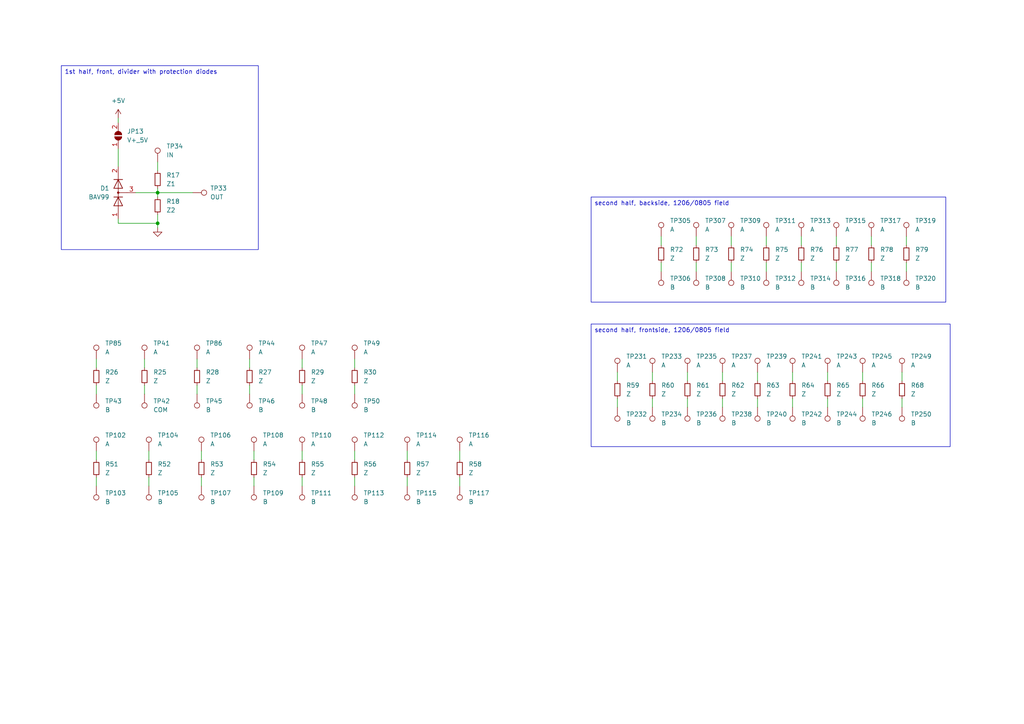
<source format=kicad_sch>
(kicad_sch (version 20230121) (generator eeschema)
  (paper "A4")
  (lib_symbols
    (symbol "Connector:TestPoint" (pin_numbers hide) (pin_names (offset 0.762) hide)
      (property "Reference" "TP" (at 0 6.858 0))
      (property "Value" "TestPoint" (at 0 5.08 0))
      (symbol "TestPoint_0_1"
        (circle (center 0 3.302) (radius 0.762))
      )
      (symbol "TestPoint_1_1"
        (pin passive line (at 0 0 90) (length 2.54) (name "1") (number "1"))
      )
    )
    (symbol "Device:R_Small" (pin_numbers hide) (pin_names (offset 0.254) hide)
      (property "Reference" "R" (at 0.762 0.508 0))
      (property "Value" "R_Small" (at 0.762 -1.016 0))
      (symbol "R_Small_0_1"
        (rectangle (start -0.762 1.778) (end 0.762 -1.778) (stroke (width 0.2032)))
      )
      (symbol "R_Small_1_1"
        (pin passive line (at 0 2.54 270) (length 0.762) (name "~") (number "1"))
        (pin passive line (at 0 -2.54 90) (length 0.762) (name "~") (number "2"))
      )
    )
    (symbol "Diode:BAV99" (pin_names hide)
      (property "Reference" "D" (at 0 5.08 0))
      (property "Value" "BAV99" (at 0 2.54 0))
      (symbol "BAV99_0_1"
        (polyline (pts (xy -5.08 0) (xy 5.08 0)))
      )
      (symbol "BAV99_1_1"
        (polyline (pts (xy 0 0) (xy 0 -2.54)))
        (polyline (pts (xy -1.27 -1.27) (xy -1.27 1.27) (xy -1.27 1.27)) (stroke (width 0.2032)))
        (polyline (pts (xy 3.81 1.27) (xy 3.81 -1.27) (xy 3.81 -1.27)) (stroke (width 0.2032)))
        (polyline (pts (xy -3.81 1.27) (xy -1.27 0) (xy -3.81 -1.27) (xy -3.81 1.27) (xy -3.81 1.27) (xy -3.81 1.27)) (stroke (width 0.2032)))
        (polyline (pts (xy 1.27 1.27) (xy 3.81 0) (xy 1.27 -1.27) (xy 1.27 1.27) (xy 1.27 1.27) (xy 1.27 1.27)) (stroke (width 0.2032)))
        (circle (center 0 0) (radius 0.254) (fill (type outline)))
        (pin passive line (at -7.62 0 0) (length 2.54) (name "K") (number "1"))
        (pin passive line (at 7.62 0 180) (length 2.54) (name "A") (number "2"))
        (pin passive line (at 0 -5.08 90) (length 2.54) (name "K") (number "3"))
      )
    )
    (symbol "Jumper:SolderJumper_2_Open" (pin_names (offset 0) hide)
      (property "Reference" "JP" (at 0 2.032 0))
      (property "Value" "SolderJumper_2_Open" (at 0 -2.54 0))
      (symbol "SolderJumper_2_Open_0_1"
        (arc (start -0.254 1.016) (mid -1.2656 0) (end -0.254 -1.016))
        (arc (start -0.254 1.016) (mid -1.2656 0) (end -0.254 -1.016) (fill (type outline)))
        (polyline (pts (xy -0.254 1.016) (xy -0.254 -1.016)))
        (polyline (pts (xy 0.254 1.016) (xy 0.254 -1.016)))
        (arc (start 0.254 -1.016) (mid 1.2656 0) (end 0.254 1.016))
        (arc (start 0.254 -1.016) (mid 1.2656 0) (end 0.254 1.016) (fill (type outline)))
      )
      (symbol "SolderJumper_2_Open_1_1"
        (pin passive line (at -3.81 0 0) (length 2.54) (name "A") (number "1"))
        (pin passive line (at 3.81 0 180) (length 2.54) (name "B") (number "2"))
      )
    )
    (symbol "power:+5V" (power) (pin_names (offset 0))
      (property "Value" "+5V" (at 0 3.556 0))
      (symbol "+5V_0_1"
        (polyline (pts (xy -0.762 1.27) (xy 0 2.54)))
        (polyline (pts (xy 0 0) (xy 0 2.54)))
        (polyline (pts (xy 0 2.54) (xy 0.762 1.27)))
      )
      (symbol "+5V_1_1"
        (pin power_in line (at 0 0 90) (length 0) hide (name "+5V") (number "1"))
      )
    )
    (symbol "power:GND" (power) (pin_names (offset 0))
      (property "Value" "GND" (at 0 -3.81 0))
      (symbol "GND_0_1"
        (polyline (pts (xy 0 0) (xy 0 -1.27) (xy 1.27 -1.27) (xy 0 -2.54) (xy -1.27 -1.27) (xy 0 -1.27)))
      )
      (symbol "GND_1_1"
        (pin power_in line (at 0 0 270) (length 0) hide (name "GND") (number "1"))
      )
    )
  )
  (junction (at 45.72 55.88))
  (junction (at 45.72 64.77))
  (wire (pts (xy 229.87 115.57) (xy 229.87 118.11)))
  (wire (pts (xy 57.15 111.76) (xy 57.15 114.3)))
  (wire (pts (xy 45.72 54.61) (xy 45.72 55.88)))
  (wire (pts (xy 240.03 115.57) (xy 240.03 118.11)))
  (wire (pts (xy 250.19 107.95) (xy 250.19 110.49)))
  (wire (pts (xy 189.23 115.57) (xy 189.23 118.11)))
  (wire (pts (xy 57.15 104.14) (xy 57.15 106.68)))
  (wire (pts (xy 133.35 130.81) (xy 133.35 133.35)))
  (wire (pts (xy 201.93 76.2) (xy 201.93 78.74)))
  (wire (pts (xy 41.91 104.14) (xy 41.91 106.68)))
  (wire (pts (xy 191.77 68.58) (xy 191.77 71.12)))
  (wire (pts (xy 39.37 55.88) (xy 45.72 55.88)))
  (wire (pts (xy 102.87 111.76) (xy 102.87 114.3)))
  (wire (pts (xy 34.29 63.5) (xy 34.29 64.77)))
  (wire (pts (xy 72.39 111.76) (xy 72.39 114.3)))
  (wire (pts (xy 102.87 138.43) (xy 102.87 140.97)))
  (wire (pts (xy 27.94 138.43) (xy 27.94 140.97)))
  (wire (pts (xy 199.39 115.57) (xy 199.39 118.11)))
  (wire (pts (xy 242.57 76.2) (xy 242.57 78.74)))
  (wire (pts (xy 43.18 138.43) (xy 43.18 140.97)))
  (wire (pts (xy 252.73 76.2) (xy 252.73 78.74)))
  (wire (pts (xy 27.94 111.76) (xy 27.94 114.3)))
  (wire (pts (xy 212.09 76.2) (xy 212.09 78.74)))
  (wire (pts (xy 219.71 115.57) (xy 219.71 118.11)))
  (wire (pts (xy 232.41 76.2) (xy 232.41 78.74)))
  (wire (pts (xy 209.55 115.57) (xy 209.55 118.11)))
  (wire (pts (xy 229.87 107.95) (xy 229.87 110.49)))
  (wire (pts (xy 72.39 104.14) (xy 72.39 106.68)))
  (wire (pts (xy 232.41 68.58) (xy 232.41 71.12)))
  (wire (pts (xy 58.42 130.81) (xy 58.42 133.35)))
  (wire (pts (xy 212.09 68.58) (xy 212.09 71.12)))
  (wire (pts (xy 27.94 104.14) (xy 27.94 106.68)))
  (wire (pts (xy 250.19 115.57) (xy 250.19 118.11)))
  (wire (pts (xy 45.72 46.99) (xy 45.72 49.53)))
  (wire (pts (xy 262.89 68.58) (xy 262.89 71.12)))
  (wire (pts (xy 43.18 130.81) (xy 43.18 133.35)))
  (wire (pts (xy 87.63 111.76) (xy 87.63 114.3)))
  (wire (pts (xy 222.25 76.2) (xy 222.25 78.74)))
  (wire (pts (xy 45.72 62.23) (xy 45.72 64.77)))
  (wire (pts (xy 87.63 138.43) (xy 87.63 140.97)))
  (wire (pts (xy 252.73 68.58) (xy 252.73 71.12)))
  (wire (pts (xy 179.07 115.57) (xy 179.07 118.11)))
  (wire (pts (xy 219.71 107.95) (xy 219.71 110.49)))
  (wire (pts (xy 191.77 76.2) (xy 191.77 78.74)))
  (wire (pts (xy 87.63 130.81) (xy 87.63 133.35)))
  (wire (pts (xy 222.25 68.58) (xy 222.25 71.12)))
  (wire (pts (xy 87.63 104.14) (xy 87.63 106.68)))
  (wire (pts (xy 102.87 104.14) (xy 102.87 106.68)))
  (wire (pts (xy 34.29 34.29) (xy 34.29 35.56)))
  (wire (pts (xy 242.57 68.58) (xy 242.57 71.12)))
  (wire (pts (xy 27.94 130.81) (xy 27.94 133.35)))
  (wire (pts (xy 118.11 130.81) (xy 118.11 133.35)))
  (wire (pts (xy 73.66 138.43) (xy 73.66 140.97)))
  (wire (pts (xy 45.72 64.77) (xy 45.72 66.04)))
  (wire (pts (xy 262.89 76.2) (xy 262.89 78.74)))
  (wire (pts (xy 209.55 107.95) (xy 209.55 110.49)))
  (wire (pts (xy 189.23 107.95) (xy 189.23 110.49)))
  (wire (pts (xy 34.29 64.77) (xy 45.72 64.77)))
  (wire (pts (xy 45.72 55.88) (xy 45.72 57.15)))
  (wire (pts (xy 73.66 130.81) (xy 73.66 133.35)))
  (wire (pts (xy 199.39 107.95) (xy 199.39 110.49)))
  (wire (pts (xy 261.62 115.57) (xy 261.62 118.11)))
  (wire (pts (xy 118.11 138.43) (xy 118.11 140.97)))
  (wire (pts (xy 41.91 111.76) (xy 41.91 114.3)))
  (wire (pts (xy 261.62 107.95) (xy 261.62 110.49)))
  (wire (pts (xy 102.87 130.81) (xy 102.87 133.35)))
  (wire (pts (xy 58.42 138.43) (xy 58.42 140.97)))
  (wire (pts (xy 34.29 43.18) (xy 34.29 48.26)))
  (wire (pts (xy 45.72 55.88) (xy 55.88 55.88)))
  (wire (pts (xy 240.03 107.95) (xy 240.03 110.49)))
  (wire (pts (xy 133.35 138.43) (xy 133.35 140.97)))
  (wire (pts (xy 179.07 107.95) (xy 179.07 110.49)))
  (wire (pts (xy 201.93 68.58) (xy 201.93 71.12)))
  (text_box "second half, frontside, 1206/0805 field" (at 171.45 93.98 0) (size 104.14 35.56) (effects (font (size 1.27 1.27)) (justify left top)))
  (text_box "second half, backside, 1206/0805 field" (at 171.45 57.15 0) (size 102.87 30.48) (effects (font (size 1.27 1.27)) (justify left top)))
  (text_box "1st half, front, divider with protection diodes" (at 17.78 19.05 0) (size 57.15 53.34) (effects (font (size 1.27 1.27)) (justify left top)))
  (symbol (lib_id "Connector:TestPoint") (at 219.71 107.95 0) (unit 1)
    (property "Reference" "TP239" (at 222.25 103.378 0) (effects (justify left)))
    (property "Value" "A" (at 222.25 105.918 0) (effects (justify left)))
    (property "Footprint" "TestPoint:TestPoint_Pad_D2.0mm" (effects hide))
  )
  (symbol (lib_id "Connector:TestPoint") (at 189.23 118.11 180) (unit 1)
    (property "Reference" "TP234" (at 191.77 120.142 0) (effects (justify right)))
    (property "Value" "B" (at 191.77 122.682 0) (effects (justify right)))
    (property "Footprint" "TestPoint:TestPoint_Pad_D2.0mm" (effects hide))
  )
  (symbol (lib_id "Connector:TestPoint") (at 179.07 118.11 180) (unit 1)
    (property "Reference" "TP232" (at 181.61 120.142 0) (effects (justify right)))
    (property "Value" "B" (at 181.61 122.682 0) (effects (justify right)))
    (property "Footprint" "TestPoint:TestPoint_Pad_D2.0mm" (effects hide))
  )
  (symbol (lib_id "Device:R_Small") (at 199.39 113.03 180) (unit 1)
    (property "Reference" "R61" (at 201.93 111.76 0) (effects (justify right)))
    (property "Value" "Z" (at 201.93 114.3 0) (effects (justify right)))
    (property "Footprint" "testboard:R_1206_0805_3216Metric_Pad1.30x1.75mm_HandSolder_test" (effects hide))
  )
  (symbol (lib_id "Device:R_Small") (at 72.39 109.22 180) (unit 1)
    (property "Reference" "R27" (at 74.93 107.95 0) (effects (justify right)))
    (property "Value" "Z" (at 74.93 110.49 0) (effects (justify right)))
    (property "Footprint" "testboard:R_1206_0805_3216Metric_Pad1.30x1.75mm_HandSolder_test" (effects hide))
  )
  (symbol (lib_id "Connector:TestPoint") (at 250.19 107.95 0) (unit 1)
    (property "Reference" "TP245" (at 252.73 103.378 0) (effects (justify left)))
    (property "Value" "A" (at 252.73 105.918 0) (effects (justify left)))
    (property "Footprint" "TestPoint:TestPoint_Pad_D2.0mm" (effects hide))
  )
  (symbol (lib_id "Device:R_Small") (at 229.87 113.03 180) (unit 1)
    (property "Reference" "R64" (at 232.41 111.76 0) (effects (justify right)))
    (property "Value" "Z" (at 232.41 114.3 0) (effects (justify right)))
    (property "Footprint" "testboard:R_1206_0805_3216Metric_Pad1.30x1.75mm_HandSolder_test" (effects hide))
  )
  (symbol (lib_id "Device:R_Small") (at 222.25 73.66 180) (unit 1)
    (property "Reference" "R75" (at 224.79 72.39 0) (effects (justify right)))
    (property "Value" "Z" (at 224.79 74.93 0) (effects (justify right)))
    (property "Footprint" "testboard:R_1206_0805_3216Metric_Pad1.30x1.75mm_HandSolder_test" (effects hide))
  )
  (symbol (lib_id "Connector:TestPoint") (at 27.94 140.97 180) (unit 1)
    (property "Reference" "TP103" (at 30.48 143.002 0) (effects (justify right)))
    (property "Value" "B" (at 30.48 145.542 0) (effects (justify right)))
    (property "Footprint" "TestPoint:TestPoint_Pad_D2.0mm" (effects hide))
  )
  (symbol (lib_id "Connector:TestPoint") (at 201.93 78.74 180) (unit 1)
    (property "Reference" "TP308" (at 204.47 80.772 0) (effects (justify right)))
    (property "Value" "B" (at 204.47 83.312 0) (effects (justify right)))
    (property "Footprint" "TestPoint:TestPoint_Pad_D2.0mm" (effects hide))
  )
  (symbol (lib_id "Connector:TestPoint") (at 201.93 68.58 0) (unit 1)
    (property "Reference" "TP307" (at 204.47 64.008 0) (effects (justify left)))
    (property "Value" "A" (at 204.47 66.548 0) (effects (justify left)))
    (property "Footprint" "TestPoint:TestPoint_Pad_D2.0mm" (effects hide))
  )
  (symbol (lib_id "Connector:TestPoint") (at 232.41 68.58 0) (unit 1)
    (property "Reference" "TP313" (at 234.95 64.008 0) (effects (justify left)))
    (property "Value" "A" (at 234.95 66.548 0) (effects (justify left)))
    (property "Footprint" "TestPoint:TestPoint_Pad_D2.0mm" (effects hide))
  )
  (symbol (lib_id "Connector:TestPoint") (at 133.35 130.81 0) (unit 1)
    (property "Reference" "TP116" (at 135.89 126.238 0) (effects (justify left)))
    (property "Value" "A" (at 135.89 128.778 0) (effects (justify left)))
    (property "Footprint" "TestPoint:TestPoint_Pad_D2.0mm" (effects hide))
  )
  (symbol (lib_id "Device:R_Small") (at 201.93 73.66 180) (unit 1)
    (property "Reference" "R73" (at 204.47 72.39 0) (effects (justify right)))
    (property "Value" "Z" (at 204.47 74.93 0) (effects (justify right)))
    (property "Footprint" "testboard:R_1206_0805_3216Metric_Pad1.30x1.75mm_HandSolder_test" (effects hide))
  )
  (symbol (lib_id "Connector:TestPoint") (at 222.25 78.74 180) (unit 1)
    (property "Reference" "TP312" (at 224.79 80.772 0) (effects (justify right)))
    (property "Value" "B" (at 224.79 83.312 0) (effects (justify right)))
    (property "Footprint" "TestPoint:TestPoint_Pad_D2.0mm" (effects hide))
  )
  (symbol (lib_id "Connector:TestPoint") (at 55.88 55.88 270) (unit 1)
    (property "Reference" "TP33" (at 60.96 54.61 90) (effects (justify left)))
    (property "Value" "OUT" (at 60.96 57.15 90) (effects (justify left)))
    (property "Footprint" "TestPoint:TestPoint_Pad_D2.0mm" (effects hide))
  )
  (symbol (lib_id "Connector:TestPoint") (at 242.57 68.58 0) (unit 1)
    (property "Reference" "TP315" (at 245.11 64.008 0) (effects (justify left)))
    (property "Value" "A" (at 245.11 66.548 0) (effects (justify left)))
    (property "Footprint" "TestPoint:TestPoint_Pad_D2.0mm" (effects hide))
  )
  (symbol (lib_id "Connector:TestPoint") (at 58.42 130.81 0) (unit 1)
    (property "Reference" "TP106" (at 60.96 126.238 0) (effects (justify left)))
    (property "Value" "A" (at 60.96 128.778 0) (effects (justify left)))
    (property "Footprint" "TestPoint:TestPoint_Pad_D2.0mm" (effects hide))
  )
  (symbol (lib_id "Connector:TestPoint") (at 232.41 78.74 180) (unit 1)
    (property "Reference" "TP314" (at 234.95 80.772 0) (effects (justify right)))
    (property "Value" "B" (at 234.95 83.312 0) (effects (justify right)))
    (property "Footprint" "TestPoint:TestPoint_Pad_D2.0mm" (effects hide))
  )
  (symbol (lib_id "Connector:TestPoint") (at 179.07 107.95 0) (unit 1)
    (property "Reference" "TP231" (at 181.61 103.378 0) (effects (justify left)))
    (property "Value" "A" (at 181.61 105.918 0) (effects (justify left)))
    (property "Footprint" "TestPoint:TestPoint_Pad_D2.0mm" (effects hide))
  )
  (symbol (lib_id "Connector:TestPoint") (at 41.91 114.3 180) (unit 1)
    (property "Reference" "TP42" (at 44.45 116.332 0) (effects (justify right)))
    (property "Value" "COM" (at 44.45 118.872 0) (effects (justify right)))
    (property "Footprint" "TestPoint:TestPoint_Pad_D2.0mm" (effects hide))
  )
  (symbol (lib_id "Device:R_Small") (at 179.07 113.03 180) (unit 1)
    (property "Reference" "R59" (at 181.61 111.76 0) (effects (justify right)))
    (property "Value" "Z" (at 181.61 114.3 0) (effects (justify right)))
    (property "Footprint" "testboard:R_1206_0805_3216Metric_Pad1.30x1.75mm_HandSolder_test" (effects hide))
  )
  (symbol (lib_id "Connector:TestPoint") (at 261.62 107.95 0) (unit 1)
    (property "Reference" "TP249" (at 264.16 103.378 0) (effects (justify left)))
    (property "Value" "A" (at 264.16 105.918 0) (effects (justify left)))
    (property "Footprint" "TestPoint:TestPoint_Pad_D2.0mm" (effects hide))
  )
  (symbol (lib_id "Connector:TestPoint") (at 242.57 78.74 180) (unit 1)
    (property "Reference" "TP316" (at 245.11 80.772 0) (effects (justify right)))
    (property "Value" "B" (at 245.11 83.312 0) (effects (justify right)))
    (property "Footprint" "TestPoint:TestPoint_Pad_D2.0mm" (effects hide))
  )
  (symbol (lib_id "Device:R_Small") (at 262.89 73.66 180) (unit 1)
    (property "Reference" "R79" (at 265.43 72.39 0) (effects (justify right)))
    (property "Value" "Z" (at 265.43 74.93 0) (effects (justify right)))
    (property "Footprint" "testboard:R_1206_0805_3216Metric_Pad1.30x1.75mm_HandSolder_test" (effects hide))
  )
  (symbol (lib_id "Diode:BAV99") (at 34.29 55.88 90) (unit 1)
    (property "Reference" "D1" (at 31.75 54.61 90) (effects (justify left)))
    (property "Value" "BAV99" (at 31.75 57.15 90) (effects (justify left)))
    (property "Footprint" "Package_TO_SOT_SMD:SOT-23" (effects hide))
    (property "Datasheet" "https://assets.nexperia.com/documents/data-sheet/BAV99_SER.pdf" (effects hide))
  )
  (symbol (lib_id "Connector:TestPoint") (at 262.89 78.74 180) (unit 1)
    (property "Reference" "TP320" (at 265.43 80.772 0) (effects (justify right)))
    (property "Value" "B" (at 265.43 83.312 0) (effects (justify right)))
    (property "Footprint" "TestPoint:TestPoint_Pad_D2.0mm" (effects hide))
  )
  (symbol (lib_id "Connector:TestPoint") (at 199.39 118.11 180) (unit 1)
    (property "Reference" "TP236" (at 201.93 120.142 0) (effects (justify right)))
    (property "Value" "B" (at 201.93 122.682 0) (effects (justify right)))
    (property "Footprint" "TestPoint:TestPoint_Pad_D2.0mm" (effects hide))
  )
  (symbol (lib_id "Connector:TestPoint") (at 199.39 107.95 0) (unit 1)
    (property "Reference" "TP235" (at 201.93 103.378 0) (effects (justify left)))
    (property "Value" "A" (at 201.93 105.918 0) (effects (justify left)))
    (property "Footprint" "TestPoint:TestPoint_Pad_D2.0mm" (effects hide))
  )
  (symbol (lib_id "Device:R_Small") (at 252.73 73.66 180) (unit 1)
    (property "Reference" "R78" (at 255.27 72.39 0) (effects (justify right)))
    (property "Value" "Z" (at 255.27 74.93 0) (effects (justify right)))
    (property "Footprint" "testboard:R_1206_0805_3216Metric_Pad1.30x1.75mm_HandSolder_test" (effects hide))
  )
  (symbol (lib_id "Device:R_Small") (at 102.87 135.89 180) (unit 1)
    (property "Reference" "R56" (at 105.41 134.62 0) (effects (justify right)))
    (property "Value" "Z" (at 105.41 137.16 0) (effects (justify right)))
    (property "Footprint" "testboard:R_1206_0805_3216Metric_Pad1.30x1.75mm_HandSolder_test" (effects hide))
  )
  (symbol (lib_id "Device:R_Small") (at 219.71 113.03 180) (unit 1)
    (property "Reference" "R63" (at 222.25 111.76 0) (effects (justify right)))
    (property "Value" "Z" (at 222.25 114.3 0) (effects (justify right)))
    (property "Footprint" "testboard:R_1206_0805_3216Metric_Pad1.30x1.75mm_HandSolder_test" (effects hide))
  )
  (symbol (lib_id "Connector:TestPoint") (at 191.77 78.74 180) (unit 1)
    (property "Reference" "TP306" (at 194.31 80.772 0) (effects (justify right)))
    (property "Value" "B" (at 194.31 83.312 0) (effects (justify right)))
    (property "Footprint" "TestPoint:TestPoint_Pad_D2.0mm" (effects hide))
  )
  (symbol (lib_id "Connector:TestPoint") (at 229.87 107.95 0) (unit 1)
    (property "Reference" "TP241" (at 232.41 103.378 0) (effects (justify left)))
    (property "Value" "A" (at 232.41 105.918 0) (effects (justify left)))
    (property "Footprint" "TestPoint:TestPoint_Pad_D2.0mm" (effects hide))
  )
  (symbol (lib_id "Device:R_Small") (at 261.62 113.03 180) (unit 1)
    (property "Reference" "R68" (at 264.16 111.76 0) (effects (justify right)))
    (property "Value" "Z" (at 264.16 114.3 0) (effects (justify right)))
    (property "Footprint" "testboard:R_1206_0805_3216Metric_Pad1.30x1.75mm_HandSolder_test" (effects hide))
  )
  (symbol (lib_id "Device:R_Small") (at 232.41 73.66 180) (unit 1)
    (property "Reference" "R76" (at 234.95 72.39 0) (effects (justify right)))
    (property "Value" "Z" (at 234.95 74.93 0) (effects (justify right)))
    (property "Footprint" "testboard:R_1206_0805_3216Metric_Pad1.30x1.75mm_HandSolder_test" (effects hide))
  )
  (symbol (lib_id "Connector:TestPoint") (at 212.09 78.74 180) (unit 1)
    (property "Reference" "TP310" (at 214.63 80.772 0) (effects (justify right)))
    (property "Value" "B" (at 214.63 83.312 0) (effects (justify right)))
    (property "Footprint" "TestPoint:TestPoint_Pad_D2.0mm" (effects hide))
  )
  (symbol (lib_id "Device:R_Small") (at 209.55 113.03 180) (unit 1)
    (property "Reference" "R62" (at 212.09 111.76 0) (effects (justify right)))
    (property "Value" "Z" (at 212.09 114.3 0) (effects (justify right)))
    (property "Footprint" "testboard:R_1206_0805_3216Metric_Pad1.30x1.75mm_HandSolder_test" (effects hide))
  )
  (symbol (lib_id "Connector:TestPoint") (at 252.73 68.58 0) (unit 1)
    (property "Reference" "TP317" (at 255.27 64.008 0) (effects (justify left)))
    (property "Value" "A" (at 255.27 66.548 0) (effects (justify left)))
    (property "Footprint" "TestPoint:TestPoint_Pad_D2.0mm" (effects hide))
  )
  (symbol (lib_id "Connector:TestPoint") (at 102.87 104.14 0) (unit 1)
    (property "Reference" "TP49" (at 105.41 99.568 0) (effects (justify left)))
    (property "Value" "A" (at 105.41 102.108 0) (effects (justify left)))
    (property "Footprint" "TestPoint:TestPoint_Pad_D2.0mm" (effects hide))
  )
  (symbol (lib_id "Connector:TestPoint") (at 209.55 107.95 0) (unit 1)
    (property "Reference" "TP237" (at 212.09 103.378 0) (effects (justify left)))
    (property "Value" "A" (at 212.09 105.918 0) (effects (justify left)))
    (property "Footprint" "TestPoint:TestPoint_Pad_D2.0mm" (effects hide))
  )
  (symbol (lib_id "Device:R_Small") (at 102.87 109.22 180) (unit 1)
    (property "Reference" "R30" (at 105.41 107.95 0) (effects (justify right)))
    (property "Value" "Z" (at 105.41 110.49 0) (effects (justify right)))
    (property "Footprint" "testboard:R_1206_0805_3216Metric_Pad1.30x1.75mm_HandSolder_test" (effects hide))
  )
  (symbol (lib_id "power:+5V") (at 34.29 34.29 0) (unit 1)
    (property "Reference" "#PWR021" (effects hide))
    (property "Value" "+5V" (at 34.29 29.21 0))
  )
  (symbol (lib_id "Connector:TestPoint") (at 252.73 78.74 180) (unit 1)
    (property "Reference" "TP318" (at 255.27 80.772 0) (effects (justify right)))
    (property "Value" "B" (at 255.27 83.312 0) (effects (justify right)))
    (property "Footprint" "TestPoint:TestPoint_Pad_D2.0mm" (effects hide))
  )
  (symbol (lib_id "Connector:TestPoint") (at 43.18 140.97 180) (unit 1)
    (property "Reference" "TP105" (at 45.72 143.002 0) (effects (justify right)))
    (property "Value" "B" (at 45.72 145.542 0) (effects (justify right)))
    (property "Footprint" "TestPoint:TestPoint_Pad_D2.0mm" (effects hide))
  )
  (symbol (lib_id "Connector:TestPoint") (at 102.87 130.81 0) (unit 1)
    (property "Reference" "TP112" (at 105.41 126.238 0) (effects (justify left)))
    (property "Value" "A" (at 105.41 128.778 0) (effects (justify left)))
    (property "Footprint" "TestPoint:TestPoint_Pad_D2.0mm" (effects hide))
  )
  (symbol (lib_id "Connector:TestPoint") (at 27.94 114.3 180) (unit 1)
    (property "Reference" "TP43" (at 30.48 116.332 0) (effects (justify right)))
    (property "Value" "B" (at 30.48 118.872 0) (effects (justify right)))
    (property "Footprint" "TestPoint:TestPoint_Pad_D2.0mm" (effects hide))
  )
  (symbol (lib_id "Device:R_Small") (at 43.18 135.89 180) (unit 1)
    (property "Reference" "R52" (at 45.72 134.62 0) (effects (justify right)))
    (property "Value" "Z" (at 45.72 137.16 0) (effects (justify right)))
    (property "Footprint" "testboard:R_1206_0805_3216Metric_Pad1.30x1.75mm_HandSolder_test" (effects hide))
  )
  (symbol (lib_id "Connector:TestPoint") (at 57.15 114.3 180) (unit 1)
    (property "Reference" "TP45" (at 59.69 116.332 0) (effects (justify right)))
    (property "Value" "B" (at 59.69 118.872 0) (effects (justify right)))
    (property "Footprint" "TestPoint:TestPoint_Pad_D2.0mm" (effects hide))
  )
  (symbol (lib_id "Connector:TestPoint") (at 189.23 107.95 0) (unit 1)
    (property "Reference" "TP233" (at 191.77 103.378 0) (effects (justify left)))
    (property "Value" "A" (at 191.77 105.918 0) (effects (justify left)))
    (property "Footprint" "TestPoint:TestPoint_Pad_D2.0mm" (effects hide))
  )
  (symbol (lib_id "Device:R_Small") (at 27.94 109.22 180) (unit 1)
    (property "Reference" "R26" (at 30.48 107.95 0) (effects (justify right)))
    (property "Value" "Z" (at 30.48 110.49 0) (effects (justify right)))
    (property "Footprint" "testboard:R_1206_0805_3216Metric_Pad1.30x1.75mm_HandSolder_test" (effects hide))
  )
  (symbol (lib_id "Device:R_Small") (at 27.94 135.89 180) (unit 1)
    (property "Reference" "R51" (at 30.48 134.62 0) (effects (justify right)))
    (property "Value" "Z" (at 30.48 137.16 0) (effects (justify right)))
    (property "Footprint" "testboard:R_1206_0805_3216Metric_Pad1.30x1.75mm_HandSolder_test" (effects hide))
  )
  (symbol (lib_id "Connector:TestPoint") (at 262.89 68.58 0) (unit 1)
    (property "Reference" "TP319" (at 265.43 64.008 0) (effects (justify left)))
    (property "Value" "A" (at 265.43 66.548 0) (effects (justify left)))
    (property "Footprint" "TestPoint:TestPoint_Pad_D2.0mm" (effects hide))
  )
  (symbol (lib_id "Device:R_Small") (at 250.19 113.03 180) (unit 1)
    (property "Reference" "R66" (at 252.73 111.76 0) (effects (justify right)))
    (property "Value" "Z" (at 252.73 114.3 0) (effects (justify right)))
    (property "Footprint" "testboard:R_1206_0805_3216Metric_Pad1.30x1.75mm_HandSolder_test" (effects hide))
  )
  (symbol (lib_id "Connector:TestPoint") (at 118.11 140.97 180) (unit 1)
    (property "Reference" "TP115" (at 120.65 143.002 0) (effects (justify right)))
    (property "Value" "B" (at 120.65 145.542 0) (effects (justify right)))
    (property "Footprint" "TestPoint:TestPoint_Pad_D2.0mm" (effects hide))
  )
  (symbol (lib_id "Device:R_Small") (at 118.11 135.89 180) (unit 1)
    (property "Reference" "R57" (at 120.65 134.62 0) (effects (justify right)))
    (property "Value" "Z" (at 120.65 137.16 0) (effects (justify right)))
    (property "Footprint" "testboard:R_1206_0805_3216Metric_Pad1.30x1.75mm_HandSolder_test" (effects hide))
  )
  (symbol (lib_id "Connector:TestPoint") (at 57.15 104.14 0) (unit 1)
    (property "Reference" "TP86" (at 59.69 99.568 0) (effects (justify left)))
    (property "Value" "A" (at 59.69 102.108 0) (effects (justify left)))
    (property "Footprint" "TestPoint:TestPoint_Pad_D2.0mm" (effects hide))
  )
  (symbol (lib_id "Connector:TestPoint") (at 212.09 68.58 0) (unit 1)
    (property "Reference" "TP309" (at 214.63 64.008 0) (effects (justify left)))
    (property "Value" "A" (at 214.63 66.548 0) (effects (justify left)))
    (property "Footprint" "TestPoint:TestPoint_Pad_D2.0mm" (effects hide))
  )
  (symbol (lib_id "Connector:TestPoint") (at 43.18 130.81 0) (unit 1)
    (property "Reference" "TP104" (at 45.72 126.238 0) (effects (justify left)))
    (property "Value" "A" (at 45.72 128.778 0) (effects (justify left)))
    (property "Footprint" "TestPoint:TestPoint_Pad_D2.0mm" (effects hide))
  )
  (symbol (lib_id "Device:R_Small") (at 212.09 73.66 180) (unit 1)
    (property "Reference" "R74" (at 214.63 72.39 0) (effects (justify right)))
    (property "Value" "Z" (at 214.63 74.93 0) (effects (justify right)))
    (property "Footprint" "testboard:R_1206_0805_3216Metric_Pad1.30x1.75mm_HandSolder_test" (effects hide))
  )
  (symbol (lib_id "Connector:TestPoint") (at 72.39 114.3 180) (unit 1)
    (property "Reference" "TP46" (at 74.93 116.332 0) (effects (justify right)))
    (property "Value" "B" (at 74.93 118.872 0) (effects (justify right)))
    (property "Footprint" "TestPoint:TestPoint_Pad_D2.0mm" (effects hide))
  )
  (symbol (lib_id "Connector:TestPoint") (at 27.94 130.81 0) (unit 1)
    (property "Reference" "TP102" (at 30.48 126.238 0) (effects (justify left)))
    (property "Value" "A" (at 30.48 128.778 0) (effects (justify left)))
    (property "Footprint" "TestPoint:TestPoint_Pad_D2.0mm" (effects hide))
  )
  (symbol (lib_id "Device:R_Small") (at 73.66 135.89 180) (unit 1)
    (property "Reference" "R54" (at 76.2 134.62 0) (effects (justify right)))
    (property "Value" "Z" (at 76.2 137.16 0) (effects (justify right)))
    (property "Footprint" "testboard:R_1206_0805_3216Metric_Pad1.30x1.75mm_HandSolder_test" (effects hide))
  )
  (symbol (lib_id "Connector:TestPoint") (at 87.63 114.3 180) (unit 1)
    (property "Reference" "TP48" (at 90.17 116.332 0) (effects (justify right)))
    (property "Value" "B" (at 90.17 118.872 0) (effects (justify right)))
    (property "Footprint" "TestPoint:TestPoint_Pad_D2.0mm" (effects hide))
  )
  (symbol (lib_id "Connector:TestPoint") (at 87.63 130.81 0) (unit 1)
    (property "Reference" "TP110" (at 90.17 126.238 0) (effects (justify left)))
    (property "Value" "A" (at 90.17 128.778 0) (effects (justify left)))
    (property "Footprint" "TestPoint:TestPoint_Pad_D2.0mm" (effects hide))
  )
  (symbol (lib_id "Connector:TestPoint") (at 58.42 140.97 180) (unit 1)
    (property "Reference" "TP107" (at 60.96 143.002 0) (effects (justify right)))
    (property "Value" "B" (at 60.96 145.542 0) (effects (justify right)))
    (property "Footprint" "TestPoint:TestPoint_Pad_D2.0mm" (effects hide))
  )
  (symbol (lib_id "Device:R_Small") (at 87.63 109.22 180) (unit 1)
    (property "Reference" "R29" (at 90.17 107.95 0) (effects (justify right)))
    (property "Value" "Z" (at 90.17 110.49 0) (effects (justify right)))
    (property "Footprint" "testboard:R_1206_0805_3216Metric_Pad1.30x1.75mm_HandSolder_test" (effects hide))
  )
  (symbol (lib_id "Connector:TestPoint") (at 250.19 118.11 180) (unit 1)
    (property "Reference" "TP246" (at 252.73 120.142 0) (effects (justify right)))
    (property "Value" "B" (at 252.73 122.682 0) (effects (justify right)))
    (property "Footprint" "TestPoint:TestPoint_Pad_D2.0mm" (effects hide))
  )
  (symbol (lib_id "Device:R_Small") (at 242.57 73.66 180) (unit 1)
    (property "Reference" "R77" (at 245.11 72.39 0) (effects (justify right)))
    (property "Value" "Z" (at 245.11 74.93 0) (effects (justify right)))
    (property "Footprint" "testboard:R_1206_0805_3216Metric_Pad1.30x1.75mm_HandSolder_test" (effects hide))
  )
  (symbol (lib_id "Device:R_Small") (at 133.35 135.89 180) (unit 1)
    (property "Reference" "R58" (at 135.89 134.62 0) (effects (justify right)))
    (property "Value" "Z" (at 135.89 137.16 0) (effects (justify right)))
    (property "Footprint" "testboard:R_1206_0805_3216Metric_Pad1.30x1.75mm_HandSolder_test" (effects hide))
  )
  (symbol (lib_id "Connector:TestPoint") (at 73.66 140.97 180) (unit 1)
    (property "Reference" "TP109" (at 76.2 143.002 0) (effects (justify right)))
    (property "Value" "B" (at 76.2 145.542 0) (effects (justify right)))
    (property "Footprint" "TestPoint:TestPoint_Pad_D2.0mm" (effects hide))
  )
  (symbol (lib_id "Device:R_Small") (at 57.15 109.22 180) (unit 1)
    (property "Reference" "R28" (at 59.69 107.95 0) (effects (justify right)))
    (property "Value" "Z" (at 59.69 110.49 0) (effects (justify right)))
    (property "Footprint" "testboard:R_1206_0805_3216Metric_Pad1.30x1.75mm_HandSolder_test" (effects hide))
  )
  (symbol (lib_id "Connector:TestPoint") (at 73.66 130.81 0) (unit 1)
    (property "Reference" "TP108" (at 76.2 126.238 0) (effects (justify left)))
    (property "Value" "A" (at 76.2 128.778 0) (effects (justify left)))
    (property "Footprint" "TestPoint:TestPoint_Pad_D2.0mm" (effects hide))
  )
  (symbol (lib_id "Device:R_Small") (at 189.23 113.03 180) (unit 1)
    (property "Reference" "R60" (at 191.77 111.76 0) (effects (justify right)))
    (property "Value" "Z" (at 191.77 114.3 0) (effects (justify right)))
    (property "Footprint" "testboard:R_1206_0805_3216Metric_Pad1.30x1.75mm_HandSolder_test" (effects hide))
  )
  (symbol (lib_id "Connector:TestPoint") (at 118.11 130.81 0) (unit 1)
    (property "Reference" "TP114" (at 120.65 126.238 0) (effects (justify left)))
    (property "Value" "A" (at 120.65 128.778 0) (effects (justify left)))
    (property "Footprint" "TestPoint:TestPoint_Pad_D2.0mm" (effects hide))
  )
  (symbol (lib_id "Device:R_Small") (at 45.72 59.69 180) (unit 1)
    (property "Reference" "R18" (at 48.26 58.42 0) (effects (justify right)))
    (property "Value" "Z2" (at 48.26 60.96 0) (effects (justify right)))
    (property "Footprint" "testboard:R_1206_0805_3216Metric_Pad1.30x1.75mm_HandSolder_test" (effects hide))
  )
  (symbol (lib_id "Connector:TestPoint") (at 219.71 118.11 180) (unit 1)
    (property "Reference" "TP240" (at 222.25 120.142 0) (effects (justify right)))
    (property "Value" "B" (at 222.25 122.682 0) (effects (justify right)))
    (property "Footprint" "TestPoint:TestPoint_Pad_D2.0mm" (effects hide))
  )
  (symbol (lib_id "Device:R_Small") (at 58.42 135.89 180) (unit 1)
    (property "Reference" "R53" (at 60.96 134.62 0) (effects (justify right)))
    (property "Value" "Z" (at 60.96 137.16 0) (effects (justify right)))
    (property "Footprint" "testboard:R_1206_0805_3216Metric_Pad1.30x1.75mm_HandSolder_test" (effects hide))
  )
  (symbol (lib_id "Device:R_Small") (at 240.03 113.03 180) (unit 1)
    (property "Reference" "R65" (at 242.57 111.76 0) (effects (justify right)))
    (property "Value" "Z" (at 242.57 114.3 0) (effects (justify right)))
    (property "Footprint" "testboard:R_1206_0805_3216Metric_Pad1.30x1.75mm_HandSolder_test" (effects hide))
  )
  (symbol (lib_id "Jumper:SolderJumper_2_Open") (at 34.29 39.37 90) (unit 1)
    (property "Reference" "JP13" (at 36.83 38.1 90) (effects (justify right)))
    (property "Value" "V+_5V" (at 36.83 40.64 90) (effects (justify right)))
    (property "Footprint" "Jumper:SolderJumper-2_P1.3mm_Open_RoundedPad1.0x1.5mm" (effects hide))
  )
  (symbol (lib_id "Connector:TestPoint") (at 41.91 104.14 0) (unit 1)
    (property "Reference" "TP41" (at 44.45 99.568 0) (effects (justify left)))
    (property "Value" "A" (at 44.45 102.108 0) (effects (justify left)))
    (property "Footprint" "TestPoint:TestPoint_Pad_D2.0mm" (effects hide))
  )
  (symbol (lib_id "Connector:TestPoint") (at 72.39 104.14 0) (unit 1)
    (property "Reference" "TP44" (at 74.93 99.568 0) (effects (justify left)))
    (property "Value" "A" (at 74.93 102.108 0) (effects (justify left)))
    (property "Footprint" "TestPoint:TestPoint_Pad_D2.0mm" (effects hide))
  )
  (symbol (lib_id "Connector:TestPoint") (at 87.63 140.97 180) (unit 1)
    (property "Reference" "TP111" (at 90.17 143.002 0) (effects (justify right)))
    (property "Value" "B" (at 90.17 145.542 0) (effects (justify right)))
    (property "Footprint" "TestPoint:TestPoint_Pad_D2.0mm" (effects hide))
  )
  (symbol (lib_id "Connector:TestPoint") (at 240.03 118.11 180) (unit 1)
    (property "Reference" "TP244" (at 242.57 120.142 0) (effects (justify right)))
    (property "Value" "B" (at 242.57 122.682 0) (effects (justify right)))
    (property "Footprint" "TestPoint:TestPoint_Pad_D2.0mm" (effects hide))
  )
  (symbol (lib_id "power:GND") (at 45.72 66.04 0) (unit 1)
    (property "Reference" "#PWR020" (effects hide))
    (property "Value" "GND" (effects hide))
  )
  (symbol (lib_id "Connector:TestPoint") (at 45.72 46.99 0) (unit 1)
    (property "Reference" "TP34" (at 48.26 42.418 0) (effects (justify left)))
    (property "Value" "IN" (at 48.26 44.958 0) (effects (justify left)))
    (property "Footprint" "TestPoint:TestPoint_Pad_D2.0mm" (effects hide))
  )
  (symbol (lib_id "Connector:TestPoint") (at 240.03 107.95 0) (unit 1)
    (property "Reference" "TP243" (at 242.57 103.378 0) (effects (justify left)))
    (property "Value" "A" (at 242.57 105.918 0) (effects (justify left)))
    (property "Footprint" "TestPoint:TestPoint_Pad_D2.0mm" (effects hide))
  )
  (symbol (lib_id "Connector:TestPoint") (at 87.63 104.14 0) (unit 1)
    (property "Reference" "TP47" (at 90.17 99.568 0) (effects (justify left)))
    (property "Value" "A" (at 90.17 102.108 0) (effects (justify left)))
    (property "Footprint" "TestPoint:TestPoint_Pad_D2.0mm" (effects hide))
  )
  (symbol (lib_id "Connector:TestPoint") (at 27.94 104.14 0) (unit 1)
    (property "Reference" "TP85" (at 30.48 99.568 0) (effects (justify left)))
    (property "Value" "A" (at 30.48 102.108 0) (effects (justify left)))
    (property "Footprint" "TestPoint:TestPoint_Pad_D2.0mm" (effects hide))
  )
  (symbol (lib_id "Device:R_Small") (at 41.91 109.22 180) (unit 1)
    (property "Reference" "R25" (at 44.45 107.95 0) (effects (justify right)))
    (property "Value" "Z" (at 44.45 110.49 0) (effects (justify right)))
    (property "Footprint" "testboard:R_1206_0805_3216Metric_Pad1.30x1.75mm_HandSolder_test" (effects hide))
  )
  (symbol (lib_id "Device:R_Small") (at 87.63 135.89 180) (unit 1)
    (property "Reference" "R55" (at 90.17 134.62 0) (effects (justify right)))
    (property "Value" "Z" (at 90.17 137.16 0) (effects (justify right)))
    (property "Footprint" "testboard:R_1206_0805_3216Metric_Pad1.30x1.75mm_HandSolder_test" (effects hide))
  )
  (symbol (lib_id "Connector:TestPoint") (at 209.55 118.11 180) (unit 1)
    (property "Reference" "TP238" (at 212.09 120.142 0) (effects (justify right)))
    (property "Value" "B" (at 212.09 122.682 0) (effects (justify right)))
    (property "Footprint" "TestPoint:TestPoint_Pad_D2.0mm" (effects hide))
  )
  (symbol (lib_id "Connector:TestPoint") (at 102.87 140.97 180) (unit 1)
    (property "Reference" "TP113" (at 105.41 143.002 0) (effects (justify right)))
    (property "Value" "B" (at 105.41 145.542 0) (effects (justify right)))
    (property "Footprint" "TestPoint:TestPoint_Pad_D2.0mm" (effects hide))
  )
  (symbol (lib_id "Connector:TestPoint") (at 133.35 140.97 180) (unit 1)
    (property "Reference" "TP117" (at 135.89 143.002 0) (effects (justify right)))
    (property "Value" "B" (at 135.89 145.542 0) (effects (justify right)))
    (property "Footprint" "TestPoint:TestPoint_Pad_D2.0mm" (effects hide))
  )
  (symbol (lib_id "Connector:TestPoint") (at 222.25 68.58 0) (unit 1)
    (property "Reference" "TP311" (at 224.79 64.008 0) (effects (justify left)))
    (property "Value" "A" (at 224.79 66.548 0) (effects (justify left)))
    (property "Footprint" "TestPoint:TestPoint_Pad_D2.0mm" (effects hide))
  )
  (symbol (lib_id "Connector:TestPoint") (at 261.62 118.11 180) (unit 1)
    (property "Reference" "TP250" (at 264.16 120.142 0) (effects (justify right)))
    (property "Value" "B" (at 264.16 122.682 0) (effects (justify right)))
    (property "Footprint" "TestPoint:TestPoint_Pad_D2.0mm" (effects hide))
  )
  (symbol (lib_id "Connector:TestPoint") (at 102.87 114.3 180) (unit 1)
    (property "Reference" "TP50" (at 105.41 116.332 0) (effects (justify right)))
    (property "Value" "B" (at 105.41 118.872 0) (effects (justify right)))
    (property "Footprint" "TestPoint:TestPoint_Pad_D2.0mm" (effects hide))
  )
  (symbol (lib_id "Connector:TestPoint") (at 191.77 68.58 0) (unit 1)
    (property "Reference" "TP305" (at 194.31 64.008 0) (effects (justify left)))
    (property "Value" "A" (at 194.31 66.548 0) (effects (justify left)))
    (property "Footprint" "TestPoint:TestPoint_Pad_D2.0mm" (effects hide))
  )
  (symbol (lib_id "Device:R_Small") (at 191.77 73.66 180) (unit 1)
    (property "Reference" "R72" (at 194.31 72.39 0) (effects (justify right)))
    (property "Value" "Z" (at 194.31 74.93 0) (effects (justify right)))
    (property "Footprint" "testboard:R_1206_0805_3216Metric_Pad1.30x1.75mm_HandSolder_test" (effects hide))
  )
  (symbol (lib_id "Connector:TestPoint") (at 229.87 118.11 180) (unit 1)
    (property "Reference" "TP242" (at 232.41 120.142 0) (effects (justify right)))
    (property "Value" "B" (at 232.41 122.682 0) (effects (justify right)))
    (property "Footprint" "TestPoint:TestPoint_Pad_D2.0mm" (effects hide))
  )
  (symbol (lib_id "Device:R_Small") (at 45.72 52.07 180) (unit 1)
    (property "Reference" "R17" (at 48.26 50.8 0) (effects (justify right)))
    (property "Value" "Z1" (at 48.26 53.34 0) (effects (justify right)))
    (property "Footprint" "testboard:R_1206_0805_3216Metric_Pad1.30x1.75mm_HandSolder_test" (effects hide))
  )
)
</source>
